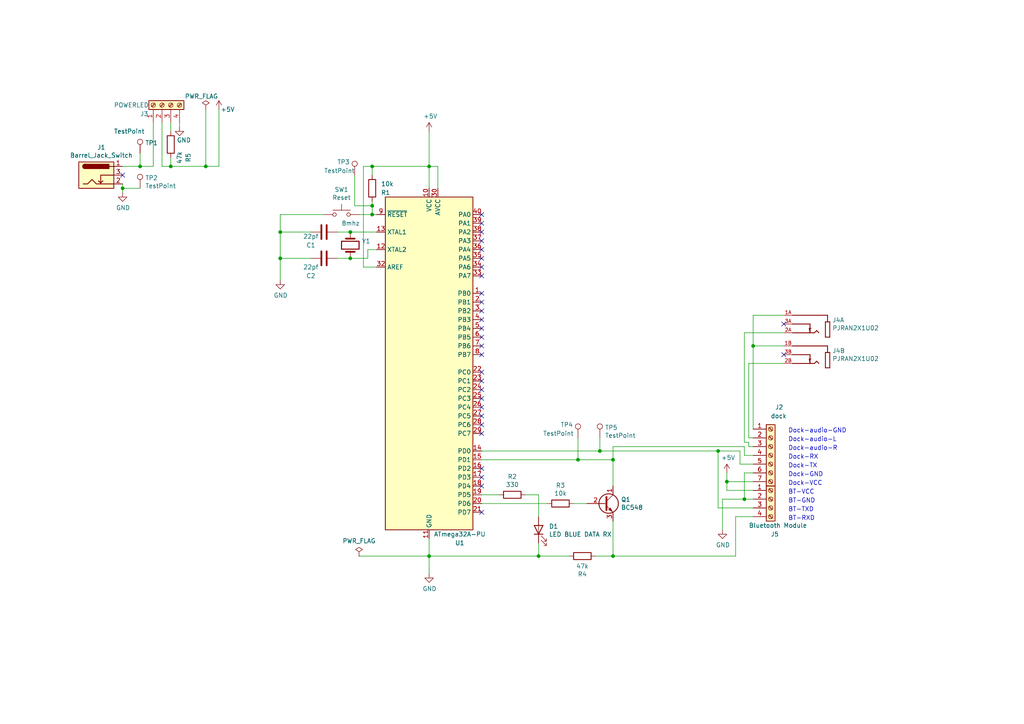
<source format=kicad_sch>
(kicad_sch (version 20230121) (generator eeschema)
  (paper "A4")
  (lib_symbols
    (symbol "idock_pcb0-1-rescue:+5V-power" (power) (pin_names (offset 0))
      (property "Value" "+5V-power" (at 0 3.556 0))
      (symbol "+5V-power_0_1"
        (polyline (pts (xy -0.762 1.27) (xy 0 2.54)))
        (polyline (pts (xy 0 0) (xy 0 2.54)))
        (polyline (pts (xy 0 2.54) (xy 0.762 1.27)))
      )
      (symbol "+5V-power_1_1"
        (pin power_in line (at 0 0 90) (length 0) hide (name "+5V") (number "1"))
      )
    )
    (symbol "idock_pcb0-1-rescue:ATmega32A-PU-MCU_Microchip_ATmega"
      (property "Reference" "U" (at -12.7 49.53 0))
      (property "Value" "MCU_Microchip_ATmega_ATmega32A-PU" (at 2.54 -49.53 0))
      (symbol "ATmega32A-PU-MCU_Microchip_ATmega_0_1"
        (rectangle (start -12.7 -48.26) (end 12.7 48.26) (stroke (width 0.254)) (fill (type background)))
      )
      (symbol "ATmega32A-PU-MCU_Microchip_ATmega_1_1"
        (pin bidirectional line (at 15.24 20.32 180) (length 2.54) (name "PB0") (number "1"))
        (pin power_in line (at 0 50.8 270) (length 2.54) (name "VCC") (number "10"))
        (pin power_in line (at 0 -50.8 90) (length 2.54) (name "GND") (number "11"))
        (pin output line (at -15.24 33.02 0) (length 2.54) (name "XTAL2") (number "12"))
        (pin input line (at -15.24 38.1 0) (length 2.54) (name "XTAL1") (number "13"))
        (pin bidirectional line (at 15.24 -25.4 180) (length 2.54) (name "PD0") (number "14"))
        (pin bidirectional line (at 15.24 -27.94 180) (length 2.54) (name "PD1") (number "15"))
        (pin bidirectional line (at 15.24 -30.48 180) (length 2.54) (name "PD2") (number "16"))
        (pin bidirectional line (at 15.24 -33.02 180) (length 2.54) (name "PD3") (number "17"))
        (pin bidirectional line (at 15.24 -35.56 180) (length 2.54) (name "PD4") (number "18"))
        (pin bidirectional line (at 15.24 -38.1 180) (length 2.54) (name "PD5") (number "19"))
        (pin bidirectional line (at 15.24 17.78 180) (length 2.54) (name "PB1") (number "2"))
        (pin bidirectional line (at 15.24 -40.64 180) (length 2.54) (name "PD6") (number "20"))
        (pin bidirectional line (at 15.24 -43.18 180) (length 2.54) (name "PD7") (number "21"))
        (pin bidirectional line (at 15.24 -2.54 180) (length 2.54) (name "PC0") (number "22"))
        (pin bidirectional line (at 15.24 -5.08 180) (length 2.54) (name "PC1") (number "23"))
        (pin bidirectional line (at 15.24 -7.62 180) (length 2.54) (name "PC2") (number "24"))
        (pin bidirectional line (at 15.24 -10.16 180) (length 2.54) (name "PC3") (number "25"))
        (pin bidirectional line (at 15.24 -12.7 180) (length 2.54) (name "PC4") (number "26"))
        (pin bidirectional line (at 15.24 -15.24 180) (length 2.54) (name "PC5") (number "27"))
        (pin bidirectional line (at 15.24 -17.78 180) (length 2.54) (name "PC6") (number "28"))
        (pin bidirectional line (at 15.24 -20.32 180) (length 2.54) (name "PC7") (number "29"))
        (pin bidirectional line (at 15.24 15.24 180) (length 2.54) (name "PB2") (number "3"))
        (pin power_in line (at 2.54 50.8 270) (length 2.54) (name "AVCC") (number "30"))
        (pin passive line (at 0 -50.8 90) (length 2.54) hide (name "GND") (number "31"))
        (pin passive line (at -15.24 27.94 0) (length 2.54) (name "AREF") (number "32"))
        (pin bidirectional line (at 15.24 25.4 180) (length 2.54) (name "PA7") (number "33"))
        (pin bidirectional line (at 15.24 27.94 180) (length 2.54) (name "PA6") (number "34"))
        (pin bidirectional line (at 15.24 30.48 180) (length 2.54) (name "PA5") (number "35"))
        (pin bidirectional line (at 15.24 33.02 180) (length 2.54) (name "PA4") (number "36"))
        (pin bidirectional line (at 15.24 35.56 180) (length 2.54) (name "PA3") (number "37"))
        (pin bidirectional line (at 15.24 38.1 180) (length 2.54) (name "PA2") (number "38"))
        (pin bidirectional line (at 15.24 40.64 180) (length 2.54) (name "PA1") (number "39"))
        (pin bidirectional line (at 15.24 12.7 180) (length 2.54) (name "PB3") (number "4"))
        (pin bidirectional line (at 15.24 43.18 180) (length 2.54) (name "PA0") (number "40"))
        (pin bidirectional line (at 15.24 10.16 180) (length 2.54) (name "PB4") (number "5"))
        (pin bidirectional line (at 15.24 7.62 180) (length 2.54) (name "PB5") (number "6"))
        (pin bidirectional line (at 15.24 5.08 180) (length 2.54) (name "PB6") (number "7"))
        (pin bidirectional line (at 15.24 2.54 180) (length 2.54) (name "PB7") (number "8"))
        (pin input line (at -15.24 43.18 0) (length 2.54) (name "~{RESET}") (number "9"))
      )
    )
    (symbol "idock_pcb0-1-rescue:BC548-Transistor_BJT" (pin_names (offset 0) hide)
      (property "Reference" "Q" (at 5.08 1.905 0))
      (property "Value" "Transistor_BJT_BC548" (at 5.08 0 0))
      (symbol "BC548-Transistor_BJT_0_1"
        (polyline (pts (xy 0 0) (xy 0.635 0)))
        (polyline (pts (xy 0.635 0.635) (xy 2.54 2.54)))
        (polyline (pts (xy 0.635 -0.635) (xy 2.54 -2.54) (xy 2.54 -2.54)))
        (polyline (pts (xy 0.635 1.905) (xy 0.635 -1.905) (xy 0.635 -1.905)) (stroke (width 0.508)))
        (polyline (pts (xy 1.27 -1.778) (xy 1.778 -1.27) (xy 2.286 -2.286) (xy 1.27 -1.778) (xy 1.27 -1.778)) (fill (type outline)))
        (circle (center 1.27 0) (radius 2.8194) (stroke (width 0.254)))
      )
      (symbol "BC548-Transistor_BJT_1_1"
        (pin passive line (at 2.54 5.08 270) (length 2.54) (name "C") (number "1"))
        (pin input line (at -5.08 0 0) (length 5.08) (name "B") (number "2"))
        (pin passive line (at 2.54 -5.08 90) (length 2.54) (name "E") (number "3"))
      )
    )
    (symbol "idock_pcb0-1-rescue:Barrel_Jack_Switch-Connector" (pin_names hide)
      (property "Reference" "J" (at 0 5.334 0))
      (property "Value" "Connector_Barrel_Jack_Switch" (at 0 -5.08 0))
      (symbol "Barrel_Jack_Switch-Connector_0_1"
        (rectangle (start -5.08 3.81) (end 5.08 -3.81) (stroke (width 0.254)) (fill (type background)))
        (arc (start -3.302 3.175) (mid -3.9343 2.54) (end -3.302 1.905) (stroke (width 0.254)))
        (arc (start -3.302 3.175) (mid -3.9343 2.54) (end -3.302 1.905) (stroke (width 0.254)) (fill (type outline)))
        (polyline (pts (xy 1.27 -2.286) (xy 1.905 -1.651)) (stroke (width 0.254)))
        (polyline (pts (xy 5.08 2.54) (xy 3.81 2.54)) (stroke (width 0.254)))
        (polyline (pts (xy 5.08 0) (xy 1.27 0) (xy 1.27 -2.286) (xy 0.635 -1.651)) (stroke (width 0.254)))
        (polyline (pts (xy -3.81 -2.54) (xy -2.54 -2.54) (xy -1.27 -1.27) (xy 0 -2.54) (xy 2.54 -2.54) (xy 5.08 -2.54)) (stroke (width 0.254)))
        (rectangle (start 3.683 3.175) (end -3.302 1.905) (stroke (width 0.254)) (fill (type outline)))
      )
      (symbol "Barrel_Jack_Switch-Connector_1_1"
        (pin passive line (at 7.62 2.54 180) (length 2.54) (name "~") (number "1"))
        (pin passive line (at 7.62 -2.54 180) (length 2.54) (name "~") (number "2"))
        (pin passive line (at 7.62 0 180) (length 2.54) (name "~") (number "3"))
      )
    )
    (symbol "idock_pcb0-1-rescue:C-Device" (pin_numbers hide) (pin_names (offset 0.254))
      (property "Reference" "C" (at 0.635 2.54 0))
      (property "Value" "Device_C" (at 0.635 -2.54 0))
      (symbol "C-Device_0_1"
        (polyline (pts (xy -2.032 -0.762) (xy 2.032 -0.762)) (stroke (width 0.508)))
        (polyline (pts (xy -2.032 0.762) (xy 2.032 0.762)) (stroke (width 0.508)))
      )
      (symbol "C-Device_1_1"
        (pin passive line (at 0 3.81 270) (length 2.794) (name "~") (number "1"))
        (pin passive line (at 0 -3.81 90) (length 2.794) (name "~") (number "2"))
      )
    )
    (symbol "idock_pcb0-1-rescue:Crystal-Device" (pin_numbers hide) (pin_names (offset 1.016) hide)
      (property "Reference" "Y" (at 0 3.81 0))
      (property "Value" "Device_Crystal" (at 0 -3.81 0))
      (symbol "Crystal-Device_0_1"
        (rectangle (start -1.143 2.54) (end 1.143 -2.54) (stroke (width 0.3048)))
        (polyline (pts (xy -2.54 0) (xy -1.905 0)))
        (polyline (pts (xy -1.905 -1.27) (xy -1.905 1.27)) (stroke (width 0.508)))
        (polyline (pts (xy 1.905 -1.27) (xy 1.905 1.27)) (stroke (width 0.508)))
        (polyline (pts (xy 2.54 0) (xy 1.905 0)))
      )
      (symbol "Crystal-Device_1_1"
        (pin passive line (at -3.81 0 0) (length 1.27) (name "1") (number "1"))
        (pin passive line (at 3.81 0 180) (length 1.27) (name "2") (number "2"))
      )
    )
    (symbol "idock_pcb0-1-rescue:GND-power" (power) (pin_names (offset 0))
      (property "Value" "GND-power" (at 0 -3.81 0))
      (symbol "GND-power_0_1"
        (polyline (pts (xy 0 0) (xy 0 -1.27) (xy 1.27 -1.27) (xy 0 -2.54) (xy -1.27 -1.27) (xy 0 -1.27)))
      )
      (symbol "GND-power_1_1"
        (pin power_in line (at 0 0 270) (length 0) hide (name "GND") (number "1"))
      )
    )
    (symbol "idock_pcb0-1-rescue:LED-Device" (pin_numbers hide) (pin_names (offset 1.016) hide)
      (property "Reference" "D" (at 0 2.54 0))
      (property "Value" "Device_LED" (at 0 -2.54 0))
      (symbol "LED-Device_0_1"
        (polyline (pts (xy -1.27 -1.27) (xy -1.27 1.27)) (stroke (width 0.254)))
        (polyline (pts (xy -1.27 0) (xy 1.27 0)))
        (polyline (pts (xy 1.27 -1.27) (xy 1.27 1.27) (xy -1.27 0) (xy 1.27 -1.27)) (stroke (width 0.254)))
        (polyline (pts (xy -3.048 -0.762) (xy -4.572 -2.286) (xy -3.81 -2.286) (xy -4.572 -2.286) (xy -4.572 -1.524)))
        (polyline (pts (xy -1.778 -0.762) (xy -3.302 -2.286) (xy -2.54 -2.286) (xy -3.302 -2.286) (xy -3.302 -1.524)))
      )
      (symbol "LED-Device_1_1"
        (pin passive line (at -3.81 0 0) (length 2.54) (name "K") (number "1"))
        (pin passive line (at 3.81 0 180) (length 2.54) (name "A") (number "2"))
      )
    )
    (symbol "idock_pcb0-1-rescue:PJRAN2X1U02-PJRAN2X1U02" (pin_names (offset 1.016) hide)
      (property "Reference" "J" (at -5.08 5.08 0))
      (property "Value" "PJRAN2X1U02_PJRAN2X1U02" (at -5.08 -6.35 0))
      (symbol "PJRAN2X1U02-PJRAN2X1U02_1_0"
        (polyline (pts (xy -5.715 -0.635) (xy -5.08 -0.635)) (stroke (width 0.254)))
        (polyline (pts (xy -5.715 3.81) (xy -5.715 -0.635)) (stroke (width 0.254)))
        (polyline (pts (xy -5.08 -2.54) (xy -5.08 -0.635)) (stroke (width 0.254)))
        (polyline (pts (xy -5.08 -0.635) (xy -4.445 -0.635)) (stroke (width 0.254)))
        (polyline (pts (xy -4.445 -0.635) (xy -4.445 3.81)) (stroke (width 0.254)))
        (polyline (pts (xy -4.445 3.81) (xy -5.715 3.81)) (stroke (width 0.254)))
        (polyline (pts (xy -1.905 1.905) (xy -2.54 2.54)) (stroke (width 0.254)))
        (polyline (pts (xy -1.27 2.54) (xy -1.905 1.905)) (stroke (width 0.254)))
        (polyline (pts (xy 0 0) (xy 0 2.54)) (stroke (width 0.254)))
        (polyline (pts (xy 0 0) (xy 5.08 0)) (stroke (width 0.254)))
        (polyline (pts (xy 5.08 -2.54) (xy -5.08 -2.54)) (stroke (width 0.254)))
        (polyline (pts (xy 5.08 2.54) (xy -1.27 2.54)) (stroke (width 0.254)))
        (polyline (pts (xy 0 2.286) (xy 0.254 1.27) (xy -0.254 1.27)) (stroke (width 0.254)) (fill (type background)))
        (pin passive line (at 7.62 -2.54 180) (length 2.54) (name "~") (number "1A"))
        (pin passive line (at 7.62 2.54 180) (length 2.54) (name "~") (number "2A"))
        (pin passive line (at 7.62 0 180) (length 2.54) (name "~") (number "3A"))
      )
      (symbol "PJRAN2X1U02-PJRAN2X1U02_2_0"
        (polyline (pts (xy -5.715 -0.635) (xy -5.08 -0.635)) (stroke (width 0.254)))
        (polyline (pts (xy -5.715 3.81) (xy -5.715 -0.635)) (stroke (width 0.254)))
        (polyline (pts (xy -5.08 -2.54) (xy -5.08 -0.635)) (stroke (width 0.254)))
        (polyline (pts (xy -5.08 -0.635) (xy -4.445 -0.635)) (stroke (width 0.254)))
        (polyline (pts (xy -4.445 -0.635) (xy -4.445 3.81)) (stroke (width 0.254)))
        (polyline (pts (xy -4.445 3.81) (xy -5.715 3.81)) (stroke (width 0.254)))
        (polyline (pts (xy -1.905 1.905) (xy -2.54 2.54)) (stroke (width 0.254)))
        (polyline (pts (xy -1.27 2.54) (xy -1.905 1.905)) (stroke (width 0.254)))
        (polyline (pts (xy 0 0) (xy 0 2.54)) (stroke (width 0.254)))
        (polyline (pts (xy 0 0) (xy 5.08 0)) (stroke (width 0.254)))
        (polyline (pts (xy 5.08 -2.54) (xy -5.08 -2.54)) (stroke (width 0.254)))
        (polyline (pts (xy 5.08 2.54) (xy -1.27 2.54)) (stroke (width 0.254)))
        (polyline (pts (xy 0 2.286) (xy 0.254 1.27) (xy -0.254 1.27)) (stroke (width 0.254)) (fill (type background)))
        (pin passive line (at 7.62 -2.54 180) (length 2.54) (name "~") (number "1B"))
        (pin passive line (at 7.62 2.54 180) (length 2.54) (name "~") (number "2B"))
        (pin passive line (at 7.62 0 180) (length 2.54) (name "~") (number "3B"))
      )
    )
    (symbol "idock_pcb0-1-rescue:PWR_FLAG-power" (power) (pin_numbers hide) (pin_names (offset 0) hide)
      (property "Value" "PWR_FLAG-power" (at 0 3.81 0))
      (symbol "PWR_FLAG-power_0_0"
        (pin power_out line (at 0 0 90) (length 0) (name "pwr") (number "1"))
      )
      (symbol "PWR_FLAG-power_0_1"
        (polyline (pts (xy 0 0) (xy 0 1.27) (xy -1.016 1.905) (xy 0 2.54) (xy 1.016 1.905) (xy 0 1.27)))
      )
    )
    (symbol "idock_pcb0-1-rescue:R-Device" (pin_numbers hide) (pin_names (offset 0))
      (property "Reference" "R" (at 2.032 0 90))
      (property "Value" "Device_R" (at 0 0 90))
      (symbol "R-Device_0_1"
        (rectangle (start -1.016 -2.54) (end 1.016 2.54) (stroke (width 0.254)))
      )
      (symbol "R-Device_1_1"
        (pin passive line (at 0 3.81 270) (length 1.27) (name "~") (number "1"))
        (pin passive line (at 0 -3.81 90) (length 1.27) (name "~") (number "2"))
      )
    )
    (symbol "idock_pcb0-1-rescue:SW_Push-Switch" (pin_numbers hide) (pin_names (offset 1.016) hide)
      (property "Reference" "SW" (at 1.27 2.54 0))
      (property "Value" "Switch_SW_Push" (at 0 -1.524 0))
      (symbol "SW_Push-Switch_0_1"
        (circle (center -2.032 0) (radius 0.508))
        (polyline (pts (xy 0 1.27) (xy 0 3.048)))
        (polyline (pts (xy 2.54 1.27) (xy -2.54 1.27)))
        (circle (center 2.032 0) (radius 0.508))
        (pin passive line (at -5.08 0 0) (length 2.54) (name "1") (number "1"))
        (pin passive line (at 5.08 0 180) (length 2.54) (name "2") (number "2"))
      )
    )
    (symbol "idock_pcb0-1-rescue:Screw_Terminal_01x04-Connector" (pin_names (offset 1.016) hide)
      (property "Reference" "J" (at 0 5.08 0))
      (property "Value" "Connector_Screw_Terminal_01x04" (at 0 -7.62 0))
      (symbol "Screw_Terminal_01x04-Connector_1_1"
        (rectangle (start -1.27 3.81) (end 1.27 -6.35) (stroke (width 0.254)) (fill (type background)))
        (circle (center 0 -5.08) (radius 0.635) (stroke (width 0.1524)))
        (circle (center 0 -2.54) (radius 0.635) (stroke (width 0.1524)))
        (polyline (pts (xy -0.5334 -4.7498) (xy 0.3302 -5.588)) (stroke (width 0.1524)))
        (polyline (pts (xy -0.5334 -2.2098) (xy 0.3302 -3.048)) (stroke (width 0.1524)))
        (polyline (pts (xy -0.5334 0.3302) (xy 0.3302 -0.508)) (stroke (width 0.1524)))
        (polyline (pts (xy -0.5334 2.8702) (xy 0.3302 2.032)) (stroke (width 0.1524)))
        (polyline (pts (xy -0.3556 -4.572) (xy 0.508 -5.4102)) (stroke (width 0.1524)))
        (polyline (pts (xy -0.3556 -2.032) (xy 0.508 -2.8702)) (stroke (width 0.1524)))
        (polyline (pts (xy -0.3556 0.508) (xy 0.508 -0.3302)) (stroke (width 0.1524)))
        (polyline (pts (xy -0.3556 3.048) (xy 0.508 2.2098)) (stroke (width 0.1524)))
        (circle (center 0 0) (radius 0.635) (stroke (width 0.1524)))
        (circle (center 0 2.54) (radius 0.635) (stroke (width 0.1524)))
        (pin passive line (at -5.08 2.54 0) (length 3.81) (name "Pin_1") (number "1"))
        (pin passive line (at -5.08 0 0) (length 3.81) (name "Pin_2") (number "2"))
        (pin passive line (at -5.08 -2.54 0) (length 3.81) (name "Pin_3") (number "3"))
        (pin passive line (at -5.08 -5.08 0) (length 3.81) (name "Pin_4") (number "4"))
      )
    )
    (symbol "idock_pcb0-1-rescue:Screw_Terminal_01x07-Connector" (pin_names (offset 1.016) hide)
      (property "Reference" "J" (at 0 10.16 0))
      (property "Value" "Connector_Screw_Terminal_01x07" (at 0 -10.16 0))
      (symbol "Screw_Terminal_01x07-Connector_1_1"
        (rectangle (start -1.27 8.89) (end 1.27 -8.89) (stroke (width 0.254)) (fill (type background)))
        (circle (center 0 -7.62) (radius 0.635) (stroke (width 0.1524)))
        (circle (center 0 -5.08) (radius 0.635) (stroke (width 0.1524)))
        (circle (center 0 -2.54) (radius 0.635) (stroke (width 0.1524)))
        (polyline (pts (xy -0.5334 -7.2898) (xy 0.3302 -8.128)) (stroke (width 0.1524)))
        (polyline (pts (xy -0.5334 -4.7498) (xy 0.3302 -5.588)) (stroke (width 0.1524)))
        (polyline (pts (xy -0.5334 -2.2098) (xy 0.3302 -3.048)) (stroke (width 0.1524)))
        (polyline (pts (xy -0.5334 0.3302) (xy 0.3302 -0.508)) (stroke (width 0.1524)))
        (polyline (pts (xy -0.5334 2.8702) (xy 0.3302 2.032)) (stroke (width 0.1524)))
        (polyline (pts (xy -0.5334 5.4102) (xy 0.3302 4.572)) (stroke (width 0.1524)))
        (polyline (pts (xy -0.5334 7.9502) (xy 0.3302 7.112)) (stroke (width 0.1524)))
        (polyline (pts (xy -0.3556 -7.112) (xy 0.508 -7.9502)) (stroke (width 0.1524)))
        (polyline (pts (xy -0.3556 -4.572) (xy 0.508 -5.4102)) (stroke (width 0.1524)))
        (polyline (pts (xy -0.3556 -2.032) (xy 0.508 -2.8702)) (stroke (width 0.1524)))
        (polyline (pts (xy -0.3556 0.508) (xy 0.508 -0.3302)) (stroke (width 0.1524)))
        (polyline (pts (xy -0.3556 3.048) (xy 0.508 2.2098)) (stroke (width 0.1524)))
        (polyline (pts (xy -0.3556 5.588) (xy 0.508 4.7498)) (stroke (width 0.1524)))
        (polyline (pts (xy -0.3556 8.128) (xy 0.508 7.2898)) (stroke (width 0.1524)))
        (circle (center 0 0) (radius 0.635) (stroke (width 0.1524)))
        (circle (center 0 2.54) (radius 0.635) (stroke (width 0.1524)))
        (circle (center 0 5.08) (radius 0.635) (stroke (width 0.1524)))
        (circle (center 0 7.62) (radius 0.635) (stroke (width 0.1524)))
        (pin passive line (at -5.08 7.62 0) (length 3.81) (name "Pin_1") (number "1"))
        (pin passive line (at -5.08 5.08 0) (length 3.81) (name "Pin_2") (number "2"))
        (pin passive line (at -5.08 2.54 0) (length 3.81) (name "Pin_3") (number "3"))
        (pin passive line (at -5.08 0 0) (length 3.81) (name "Pin_4") (number "4"))
        (pin passive line (at -5.08 -2.54 0) (length 3.81) (name "Pin_5") (number "5"))
        (pin passive line (at -5.08 -5.08 0) (length 3.81) (name "Pin_6") (number "6"))
        (pin passive line (at -5.08 -7.62 0) (length 3.81) (name "Pin_7") (number "7"))
      )
    )
    (symbol "idock_pcb0-1-rescue:TestPoint-Connector" (pin_numbers hide) (pin_names (offset 0.762) hide)
      (property "Reference" "TP" (at 0 6.858 0))
      (property "Value" "Connector_TestPoint" (at 0 5.08 0))
      (symbol "TestPoint-Connector_0_1"
        (circle (center 0 3.302) (radius 0.762))
      )
      (symbol "TestPoint-Connector_1_1"
        (pin passive line (at 0 0 90) (length 2.54) (name "1") (number "1"))
      )
    )
  )
  (junction (at 215.9 144.78))
  (junction (at 81.28 74.93))
  (junction (at 173.99 130.81))
  (junction (at 177.8 161.29))
  (junction (at 177.8 133.35))
  (junction (at 156.21 161.29))
  (junction (at 59.69 48.26))
  (junction (at 218.44 100.33))
  (junction (at 40.64 48.26))
  (junction (at 124.46 48.26))
  (junction (at 101.6 74.93))
  (junction (at 208.28 130.81))
  (junction (at 49.53 48.26))
  (junction (at 124.46 161.29))
  (junction (at 210.82 139.7))
  (junction (at 107.95 62.23))
  (junction (at 107.95 59.69))
  (junction (at 35.56 54.61))
  (junction (at 81.28 67.31))
  (junction (at 167.64 133.35))
  (junction (at 101.6 67.31))
  (junction (at 107.95 48.26))
  (no_connect (at 139.7 148.59))
  (no_connect (at 139.7 120.65))
  (no_connect (at 139.7 90.17))
  (no_connect (at 227.33 102.87))
  (no_connect (at 139.7 77.47))
  (no_connect (at 139.7 115.57))
  (no_connect (at 139.7 107.95))
  (no_connect (at 227.33 93.98))
  (no_connect (at 35.56 50.8))
  (no_connect (at 139.7 85.09))
  (no_connect (at 139.7 97.79))
  (no_connect (at 139.7 140.97))
  (no_connect (at 139.7 95.25))
  (no_connect (at 139.7 110.49))
  (no_connect (at 139.7 80.01))
  (no_connect (at 139.7 87.63))
  (no_connect (at 139.7 67.31))
  (no_connect (at 139.7 92.71))
  (no_connect (at 139.7 100.33))
  (no_connect (at 139.7 118.11))
  (no_connect (at 139.7 135.89))
  (no_connect (at 139.7 74.93))
  (no_connect (at 139.7 69.85))
  (no_connect (at 139.7 123.19))
  (no_connect (at 139.7 62.23))
  (no_connect (at 139.7 72.39))
  (no_connect (at 139.7 102.87))
  (no_connect (at 139.7 113.03))
  (no_connect (at 139.7 138.43))
  (no_connect (at 139.7 64.77))
  (no_connect (at 139.7 125.73))
  (wire (pts (xy 144.78 143.51) (xy 139.7 143.51)))
  (wire (pts (xy 109.22 67.31) (xy 101.6 67.31)))
  (wire (pts (xy 210.82 139.7) (xy 210.82 142.24)))
  (wire (pts (xy 165.1 161.29) (xy 156.21 161.29)))
  (wire (pts (xy 218.44 129.54) (xy 217.17 129.54)))
  (wire (pts (xy 106.68 74.93) (xy 101.6 74.93)))
  (wire (pts (xy 177.8 151.13) (xy 177.8 161.29)))
  (wire (pts (xy 217.17 129.54) (xy 217.17 128.27)))
  (wire (pts (xy 109.22 72.39) (xy 106.68 72.39)))
  (wire (pts (xy 177.8 161.29) (xy 213.36 161.29)))
  (wire (pts (xy 107.95 59.69) (xy 107.95 62.23)))
  (wire (pts (xy 156.21 161.29) (xy 124.46 161.29)))
  (wire (pts (xy 209.55 153.67) (xy 209.55 144.78)))
  (wire (pts (xy 215.9 137.16) (xy 218.44 137.16)))
  (wire (pts (xy 40.64 54.61) (xy 35.56 54.61)))
  (wire (pts (xy 97.79 67.31) (xy 101.6 67.31)))
  (wire (pts (xy 44.45 48.26) (xy 40.64 48.26)))
  (wire (pts (xy 215.9 129.54) (xy 177.8 129.54)))
  (wire (pts (xy 44.45 35.56) (xy 44.45 48.26)))
  (wire (pts (xy 210.82 137.16) (xy 210.82 139.7)))
  (wire (pts (xy 107.95 58.42) (xy 107.95 59.69)))
  (wire (pts (xy 127 48.26) (xy 124.46 48.26)))
  (wire (pts (xy 218.44 91.44) (xy 227.33 91.44)))
  (wire (pts (xy 81.28 81.28) (xy 81.28 74.93)))
  (wire (pts (xy 124.46 38.1) (xy 124.46 48.26)))
  (wire (pts (xy 156.21 143.51) (xy 156.21 149.86)))
  (wire (pts (xy 218.44 100.33) (xy 227.33 100.33)))
  (wire (pts (xy 105.41 77.47) (xy 105.41 48.26)))
  (wire (pts (xy 102.87 59.69) (xy 107.95 59.69)))
  (wire (pts (xy 104.14 161.29) (xy 124.46 161.29)))
  (wire (pts (xy 63.5 48.26) (xy 63.5 31.75)))
  (wire (pts (xy 152.4 143.51) (xy 156.21 143.51)))
  (wire (pts (xy 215.9 128.27) (xy 215.9 96.52)))
  (wire (pts (xy 107.95 48.26) (xy 124.46 48.26)))
  (wire (pts (xy 215.9 144.78) (xy 218.44 144.78)))
  (wire (pts (xy 124.46 54.61) (xy 124.46 48.26)))
  (wire (pts (xy 102.87 50.8) (xy 102.87 59.69)))
  (wire (pts (xy 214.63 134.62) (xy 214.63 130.81)))
  (wire (pts (xy 124.46 166.37) (xy 124.46 161.29)))
  (wire (pts (xy 107.95 62.23) (xy 109.22 62.23)))
  (wire (pts (xy 156.21 157.48) (xy 156.21 161.29)))
  (wire (pts (xy 52.07 35.56) (xy 52.07 36.83)))
  (wire (pts (xy 40.64 44.45) (xy 40.64 48.26)))
  (wire (pts (xy 218.44 139.7) (xy 210.82 139.7)))
  (wire (pts (xy 90.17 74.93) (xy 81.28 74.93)))
  (wire (pts (xy 81.28 67.31) (xy 81.28 62.23)))
  (wire (pts (xy 46.99 35.56) (xy 46.99 48.26)))
  (wire (pts (xy 139.7 133.35) (xy 167.64 133.35)))
  (wire (pts (xy 217.17 127) (xy 217.17 105.41)))
  (wire (pts (xy 35.56 53.34) (xy 35.56 54.61)))
  (wire (pts (xy 218.44 127) (xy 217.17 127)))
  (wire (pts (xy 218.44 147.32) (xy 208.28 147.32)))
  (wire (pts (xy 158.75 146.05) (xy 139.7 146.05)))
  (wire (pts (xy 107.95 50.8) (xy 107.95 48.26)))
  (wire (pts (xy 46.99 48.26) (xy 49.53 48.26)))
  (wire (pts (xy 49.53 35.56) (xy 49.53 38.1)))
  (wire (pts (xy 218.44 124.46) (xy 218.44 100.33)))
  (wire (pts (xy 49.53 48.26) (xy 59.69 48.26)))
  (wire (pts (xy 213.36 161.29) (xy 213.36 149.86)))
  (wire (pts (xy 209.55 144.78) (xy 215.9 144.78)))
  (wire (pts (xy 214.63 130.81) (xy 208.28 130.81)))
  (wire (pts (xy 49.53 45.72) (xy 49.53 48.26)))
  (wire (pts (xy 35.56 54.61) (xy 35.56 55.88)))
  (wire (pts (xy 104.14 62.23) (xy 107.95 62.23)))
  (wire (pts (xy 213.36 149.86) (xy 218.44 149.86)))
  (wire (pts (xy 215.9 144.78) (xy 215.9 137.16)))
  (wire (pts (xy 81.28 74.93) (xy 81.28 67.31)))
  (wire (pts (xy 90.17 67.31) (xy 81.28 67.31)))
  (wire (pts (xy 218.44 132.08) (xy 215.9 132.08)))
  (wire (pts (xy 106.68 72.39) (xy 106.68 74.93)))
  (wire (pts (xy 208.28 147.32) (xy 208.28 130.81)))
  (wire (pts (xy 177.8 133.35) (xy 177.8 140.97)))
  (wire (pts (xy 97.79 74.93) (xy 101.6 74.93)))
  (wire (pts (xy 172.72 161.29) (xy 177.8 161.29)))
  (wire (pts (xy 124.46 161.29) (xy 124.46 156.21)))
  (wire (pts (xy 59.69 48.26) (xy 63.5 48.26)))
  (wire (pts (xy 81.28 62.23) (xy 93.98 62.23)))
  (wire (pts (xy 218.44 134.62) (xy 214.63 134.62)))
  (wire (pts (xy 127 54.61) (xy 127 48.26)))
  (wire (pts (xy 167.64 127) (xy 167.64 133.35)))
  (wire (pts (xy 217.17 105.41) (xy 227.33 105.41)))
  (wire (pts (xy 215.9 96.52) (xy 227.33 96.52)))
  (wire (pts (xy 139.7 130.81) (xy 173.99 130.81)))
  (wire (pts (xy 105.41 48.26) (xy 107.95 48.26)))
  (wire (pts (xy 173.99 130.81) (xy 208.28 130.81)))
  (wire (pts (xy 218.44 100.33) (xy 218.44 91.44)))
  (wire (pts (xy 170.18 146.05) (xy 166.37 146.05)))
  (wire (pts (xy 167.64 133.35) (xy 177.8 133.35)))
  (wire (pts (xy 177.8 129.54) (xy 177.8 133.35)))
  (wire (pts (xy 40.64 48.26) (xy 35.56 48.26)))
  (wire (pts (xy 215.9 132.08) (xy 215.9 129.54)))
  (wire (pts (xy 109.22 77.47) (xy 105.41 77.47)))
  (wire (pts (xy 210.82 142.24) (xy 218.44 142.24)))
  (wire (pts (xy 173.99 127) (xy 173.99 130.81)))
  (wire (pts (xy 217.17 128.27) (xy 215.9 128.27)))
  (wire (pts (xy 59.69 31.75) (xy 59.69 48.26)))
  (text "BT-RXD" (at 228.6 151.13 0) (effects (font (size 1.27 1.27)) (justify left bottom)))
  (text "BT-VCC" (at 228.6 143.51 0) (effects (font (size 1.27 1.27)) (justify left bottom)))
  (text "Dock-RX" (at 228.6 133.35 0) (effects (font (size 1.27 1.27)) (justify left bottom)))
  (text "Dock-TX\n" (at 228.6 135.89 0) (effects (font (size 1.27 1.27)) (justify left bottom)))
  (text "Dock-audio-R" (at 228.6 130.81 0) (effects (font (size 1.27 1.27)) (justify left bottom)))
  (text "Dock-audio-GND" (at 228.6 125.73 0) (effects (font (size 1.27 1.27)) (justify left bottom)))
  (text "BT-TXD" (at 228.6 148.59 0) (effects (font (size 1.27 1.27)) (justify left bottom)))
  (text "Dock-VCC" (at 228.6 140.97 0) (effects (font (size 1.27 1.27)) (justify left bottom)))
  (text "BT-GND" (at 228.6 146.05 0) (effects (font (size 1.27 1.27)) (justify left bottom)))
  (text "Dock-audio-L" (at 228.6 128.27 0) (effects (font (size 1.27 1.27)) (justify left bottom)))
  (text "Dock-GND" (at 228.6 138.43 0) (effects (font (size 1.27 1.27)) (justify left bottom)))
  (symbol (lib_id "idock_pcb0-1-rescue:ATmega32A-PU-MCU_Microchip_ATmega") (at 124.46 105.41 0) (unit 1)
    (property "Reference" "U1" (at 133.35 157.48 0))
    (property "Value" "ATmega32A-PU" (at 133.35 154.94 0))
    (property "Footprint" "Package_DIP:DIP-40_W15.24mm" (effects hide))
    (property "Datasheet" "http://ww1.microchip.com/downloads/en/DeviceDoc/atmel-8155-8-bit-microcontroller-avr-atmega32a_datasheet.pdf" (effects hide))
  )
  (symbol (lib_id "idock_pcb0-1-rescue:+5V-power") (at 124.46 38.1 0) (unit 1)
    (property "Reference" "#PWR03" (effects hide))
    (property "Value" "+5V" (at 124.841 33.7058 0))
  )
  (symbol (lib_id "idock_pcb0-1-rescue:Crystal-Device") (at 101.6 71.12 270) (unit 1)
    (property "Reference" "Y1" (at 104.9274 69.9516 90) (effects (justify left)))
    (property "Value" "8mhz" (at 99.06 64.77 90) (effects (justify left)))
    (property "Footprint" "Crystal:Crystal_HC49-4H_Vertical" (effects hide))
  )
  (symbol (lib_id "idock_pcb0-1-rescue:R-Device") (at 148.59 143.51 270) (unit 1)
    (property "Reference" "R2" (at 148.59 138.2522 90))
    (property "Value" "330" (at 148.59 140.5636 90))
    (property "Footprint" "Resistor_THT:R_Axial_DIN0207_L6.3mm_D2.5mm_P7.62mm_Horizontal" (effects hide))
  )
  (symbol (lib_id "idock_pcb0-1-rescue:C-Device") (at 93.98 67.31 270) (unit 1)
    (property "Reference" "C1" (at 90.17 71.12 90))
    (property "Value" "22pf" (at 90.17 68.58 90))
    (property "Footprint" "Capacitor_THT:C_Disc_D4.3mm_W1.9mm_P5.00mm" (effects hide))
  )
  (symbol (lib_id "idock_pcb0-1-rescue:R-Device") (at 107.95 54.61 0) (unit 1)
    (property "Reference" "R1" (at 110.49 55.88 0) (effects (justify left)))
    (property "Value" "10k" (at 110.49 53.34 0) (effects (justify left)))
    (property "Footprint" "Resistor_THT:R_Axial_DIN0207_L6.3mm_D2.5mm_P7.62mm_Horizontal" (effects hide))
  )
  (symbol (lib_id "idock_pcb0-1-rescue:C-Device") (at 93.98 74.93 270) (unit 1)
    (property "Reference" "C2" (at 90.17 80.01 90))
    (property "Value" "22pf" (at 90.17 77.47 90))
    (property "Footprint" "Capacitor_THT:C_Disc_D4.3mm_W1.9mm_P5.00mm" (effects hide))
  )
  (symbol (lib_id "idock_pcb0-1-rescue:GND-power") (at 124.46 166.37 0) (unit 1)
    (property "Reference" "#PWR04" (effects hide))
    (property "Value" "GND" (at 124.587 170.7642 0))
  )
  (symbol (lib_id "idock_pcb0-1-rescue:GND-power") (at 81.28 81.28 0) (unit 1)
    (property "Reference" "#PWR01" (effects hide))
    (property "Value" "GND" (at 81.407 85.6742 0))
  )
  (symbol (lib_id "idock_pcb0-1-rescue:SW_Push-Switch") (at 99.06 62.23 0) (unit 1)
    (property "Reference" "SW1" (at 99.06 54.991 0))
    (property "Value" "Reset" (at 99.06 57.3024 0))
    (property "Footprint" "Button_Switch_THT:SW_PUSH_6mm" (effects hide))
  )
  (symbol (lib_id "idock_pcb0-1-rescue:R-Device") (at 162.56 146.05 270) (unit 1)
    (property "Reference" "R3" (at 162.56 140.7922 90))
    (property "Value" "10k" (at 162.56 143.1036 90))
    (property "Footprint" "Resistor_THT:R_Axial_DIN0207_L6.3mm_D2.5mm_P7.62mm_Horizontal" (effects hide))
  )
  (symbol (lib_id "idock_pcb0-1-rescue:R-Device") (at 168.91 161.29 90) (unit 1)
    (property "Reference" "R4" (at 168.91 166.5478 90))
    (property "Value" "47k" (at 168.91 164.2364 90))
    (property "Footprint" "Resistor_THT:R_Axial_DIN0207_L6.3mm_D2.5mm_P7.62mm_Horizontal" (effects hide))
  )
  (symbol (lib_id "idock_pcb0-1-rescue:LED-Device") (at 156.21 153.67 90) (unit 1)
    (property "Reference" "D1" (at 159.2072 152.6794 90) (effects (justify right)))
    (property "Value" "LED BLUE DATA RX" (at 159.2072 154.9908 90) (effects (justify right)))
    (property "Footprint" "LED_THT:LED_D5.0mm_Clear" (effects hide))
  )
  (symbol (lib_id "idock_pcb0-1-rescue:BC548-Transistor_BJT") (at 175.26 146.05 0) (unit 1)
    (property "Reference" "Q1" (at 180.1114 144.8816 0) (effects (justify left)))
    (property "Value" "BC548" (at 180.1114 147.193 0) (effects (justify left)))
    (property "Footprint" "Package_TO_SOT_THT:TO-92_Inline_Wide" (effects hide))
    (property "Datasheet" "http://www.fairchildsemi.com/ds/BC/BC547.pdf" (effects hide))
  )
  (symbol (lib_id "idock_pcb0-1-rescue:+5V-power") (at 63.5 31.75 0) (unit 1)
    (property "Reference" "#PWR05" (effects hide))
    (property "Value" "+5V" (at 66.04 31.75 0))
  )
  (symbol (lib_id "idock_pcb0-1-rescue:GND-power") (at 35.56 55.88 0) (unit 1)
    (property "Reference" "#PWR06" (effects hide))
    (property "Value" "GND" (at 35.687 60.2742 0))
  )
  (symbol (lib_id "idock_pcb0-1-rescue:PWR_FLAG-power") (at 59.69 31.75 0) (unit 1)
    (property "Reference" "#FLG01" (effects hide))
    (property "Value" "PWR_FLAG" (at 58.42 27.94 0))
  )
  (symbol (lib_id "idock_pcb0-1-rescue:PWR_FLAG-power") (at 104.14 161.29 0) (unit 1)
    (property "Reference" "#FLG0101" (effects hide))
    (property "Value" "PWR_FLAG" (at 104.14 156.8958 0))
  )
  (symbol (lib_id "idock_pcb0-1-rescue:Barrel_Jack_Switch-Connector") (at 27.94 50.8 0) (unit 1)
    (property "Reference" "J1" (at 29.3878 42.7482 0))
    (property "Value" "Barrel_Jack_Switch" (at 29.3878 45.0596 0))
    (property "Footprint" "Connector_BarrelJack:BarrelJack_Wuerth_6941xx301002" (effects hide))
  )
  (symbol (lib_id "idock_pcb0-1-rescue:GND-power") (at 209.55 153.67 0) (unit 1)
    (property "Reference" "#PWR02" (effects hide))
    (property "Value" "GND" (at 209.677 158.0642 0))
  )
  (symbol (lib_id "idock_pcb0-1-rescue:+5V-power") (at 210.82 137.16 0) (unit 1)
    (property "Reference" "#PWR07" (effects hide))
    (property "Value" "+5V" (at 211.201 132.7658 0))
  )
  (symbol (lib_id "idock_pcb0-1-rescue:Screw_Terminal_01x04-Connector") (at 46.99 30.48 90) (unit 1)
    (property "Reference" "J3" (at 40.64 33.02 90) (effects (justify right)))
    (property "Value" "POWERLED" (at 33.02 30.48 90) (effects (justify right)))
    (property "Footprint" "Connector_PinSocket_2.54mm:PinSocket_1x04_P2.54mm_Vertical" (effects hide))
  )
  (symbol (lib_id "idock_pcb0-1-rescue:R-Device") (at 49.53 41.91 180) (unit 1)
    (property "Reference" "R5" (at 54.61 45.72 90))
    (property "Value" "47k" (at 52.07 45.72 90))
    (property "Footprint" "Resistor_THT:R_Axial_DIN0207_L6.3mm_D2.5mm_P7.62mm_Horizontal" (effects hide))
  )
  (symbol (lib_id "idock_pcb0-1-rescue:GND-power") (at 52.07 36.83 0) (unit 1)
    (property "Reference" "#PWR08" (effects hide))
    (property "Value" "GND" (at 53.34 40.64 0))
  )
  (symbol (lib_id "idock_pcb0-1-rescue:PJRAN2X1U02-PJRAN2X1U02") (at 234.95 93.98 180) (unit 1)
    (property "Reference" "J4" (at 241.4016 92.837 0) (effects (justify right)))
    (property "Value" "PJRAN2X1U02" (at 241.4016 95.1484 0) (effects (justify right)))
    (property "Footprint" "footprints:SWITCHCRAFT_PJRAN2X1U02" (effects hide))
    (property "STANDARD" "Manufacturer Recommendations" (effects hide))
    (property "MAXIMUM_PACKAGE_HEIGHT" "13.5 mm" (effects hide))
    (property "MANUFACTURER" "Switchcraft" (effects hide))
    (property "PARTREV" "A" (effects hide))
  )
  (symbol (lib_id "idock_pcb0-1-rescue:PJRAN2X1U02-PJRAN2X1U02") (at 234.95 102.87 180) (unit 2)
    (property "Reference" "J4" (at 241.4016 101.727 0) (effects (justify right)))
    (property "Value" "PJRAN2X1U02" (at 241.4016 104.0384 0) (effects (justify right)))
    (property "Footprint" "footprints:SWITCHCRAFT_PJRAN2X1U02" (effects hide))
    (property "STANDARD" "Manufacturer Recommendations" (effects hide))
    (property "MAXIMUM_PACKAGE_HEIGHT" "13.5 mm" (effects hide))
    (property "MANUFACTURER" "Switchcraft" (effects hide))
    (property "PARTREV" "A" (effects hide))
  )
  (symbol (lib_id "idock_pcb0-1-rescue:TestPoint-Connector") (at 40.64 44.45 0) (unit 1)
    (property "Reference" "TP1" (at 42.1132 41.4528 0) (effects (justify left)))
    (property "Value" "TestPoint" (at 33.02 38.1 0) (effects (justify left)))
    (property "Footprint" "TestPoint:TestPoint_Pad_D1.5mm" (effects hide))
  )
  (symbol (lib_id "idock_pcb0-1-rescue:TestPoint-Connector") (at 40.64 54.61 0) (unit 1)
    (property "Reference" "TP2" (at 42.1132 51.6128 0) (effects (justify left)))
    (property "Value" "TestPoint" (at 42.1132 53.9242 0) (effects (justify left)))
    (property "Footprint" "TestPoint:TestPoint_Pad_D1.5mm" (effects hide))
  )
  (symbol (lib_id "idock_pcb0-1-rescue:TestPoint-Connector") (at 102.87 50.8 0) (unit 1)
    (property "Reference" "TP3" (at 97.79 46.99 0) (effects (justify left)))
    (property "Value" "TestPoint" (at 93.98 49.53 0) (effects (justify left)))
    (property "Footprint" "TestPoint:TestPoint_Pad_D1.5mm" (effects hide))
  )
  (symbol (lib_id "idock_pcb0-1-rescue:TestPoint-Connector") (at 173.99 127 0) (unit 1)
    (property "Reference" "TP5" (at 175.4632 124.0028 0) (effects (justify left)))
    (property "Value" "TestPoint" (at 175.4632 126.3142 0) (effects (justify left)))
    (property "Footprint" "TestPoint:TestPoint_Pad_D1.5mm" (effects hide))
  )
  (symbol (lib_id "idock_pcb0-1-rescue:TestPoint-Connector") (at 167.64 127 0) (unit 1)
    (property "Reference" "TP4" (at 162.56 123.19 0) (effects (justify left)))
    (property "Value" "TestPoint" (at 157.48 125.73 0) (effects (justify left)))
    (property "Footprint" "TestPoint:TestPoint_Pad_D1.5mm" (effects hide))
  )
  (symbol (lib_id "idock_pcb0-1-rescue:Screw_Terminal_01x04-Connector") (at 223.52 144.78 0) (unit 1)
    (property "Reference" "J5" (at 223.52 154.94 0) (effects (justify left)))
    (property "Value" "Bluetooth Module" (at 217.17 152.4 0) (effects (justify left)))
    (property "Footprint" "Connector_PinSocket_2.54mm:PinSocket_1x04_P2.54mm_Vertical" (effects hide))
  )
  (symbol (lib_id "idock_pcb0-1-rescue:Screw_Terminal_01x07-Connector") (at 223.52 132.08 0) (unit 1)
    (property "Reference" "J2" (at 224.79 118.11 0) (effects (justify left)))
    (property "Value" "dock" (at 223.52 120.65 0) (effects (justify left)))
    (property "Footprint" "Connector_PinSocket_2.54mm:PinSocket_1x07_P2.54mm_Vertical" (effects hide))
  )
)
</source>
